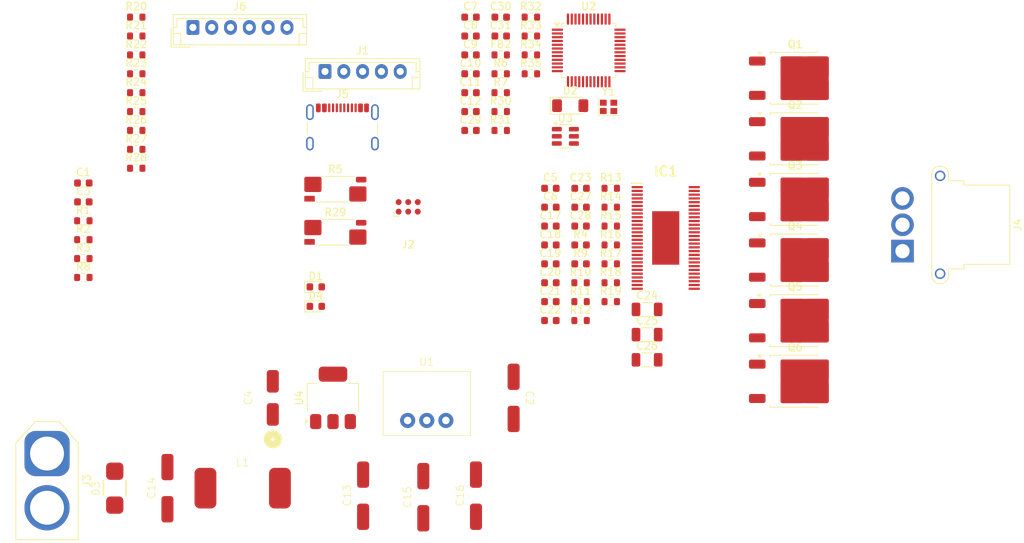
<source format=kicad_pcb>
(kicad_pcb (version 20240108) (generator "pcbnew") (generator_version "8.0")
  (layers (0 "F.Cu" signal) (31 "B.Cu" signal) (34 "B.Paste" user) (35 "F.Paste" user) (36 "B.SilkS" user "B.Silkscreen") (37 "F.SilkS" user "F.Silkscreen") (38 "B.Mask" user) (39 "F.Mask" user) (44 "Edge.Cuts" user))
  (net 0 "")
  (net 1 "GND")
  (net 2 "/microcontroller/VCC_SENSE")
  (net 3 "+5V")
  (net 4 "VDD")
  (net 5 "Net-(IC1-CP1)")
  (net 6 "Net-(IC1-CP2)")
  (net 7 "Net-(IC1-GVDD)")
  (net 8 "VDDA")
  (net 9 "VCC")
  (net 10 "/power/+VDC")
  (net 11 "Net-(IC1-DVDD)")
  (net 12 "Net-(IC1-AVDD)")
  (net 13 "/bridge/H1_VS")
  (net 14 "Net-(IC1-BST_A)")
  (net 15 "/bridge/H2_VS")
  (net 16 "Net-(IC1-BST_B)")
  (net 17 "Net-(IC1-BST_C)")
  (net 18 "/bridge/H3_VS")
  (net 19 "Net-(IC1-SN1)")
  (net 20 "Net-(IC1-SP1)")
  (net 21 "Net-(IC1-SP2)")
  (net 22 "Net-(IC1-SN2)")
  (net 23 "Net-(U2-PB5)")
  (net 24 "Net-(U2-PB6)")
  (net 25 "Net-(U2-PB7)")
  (net 26 "Net-(D1-A)")
  (net 27 "/microcontroller/VBUS")
  (net 28 "Net-(D4-A)")
  (net 29 "/bridge/M_H1")
  (net 30 "/microcontroller/L3")
  (net 32 "/bridge/M_H2")
  (net 33 "/microcontroller/H3")
  (net 34 "/microcontroller/DC_CAL")
  (net 38 "/microcontroller/H2")
  (net 39 "Net-(IC1-BIAS)")
  (net 40 "/bridge/M_L2")
  (net 41 "/bridge/M_H3")
  (net 42 "/microcontroller/L1")
  (net 43 "/bridge/H1_LOW")
  (net 44 "/microcontroller/OCTP")
  (net 46 "/microcontroller/BR_SO1")
  (net 47 "Net-(IC1-DTC)")
  (net 49 "/microcontroller/FAULT")
  (net 50 "/microcontroller/H1")
  (net 52 "/microcontroller/EN")
  (net 53 "/microcontroller/L2")
  (net 56 "/microcontroller/BR_SO2")
  (net 57 "/bridge/H3_LOW")
  (net 58 "/bridge/M_L1")
  (net 60 "/bridge/M_L3")
  (net 62 "/microcontroller/HALL3_IN")
  (net 63 "/microcontroller/HALL1_IN")
  (net 64 "/microcontroller/HALL2_IN")
  (net 65 "/microcontroller/SWDIO")
  (net 66 "/microcontroller/SWD_RST")
  (net 67 "/microcontroller/SWO")
  (net 68 "/microcontroller/SWDCLK")
  (net 69 "/microcontroller/USBC_D-")
  (net 70 "/microcontroller/USBC_D+")
  (net 71 "/microcontroller/USBC_CC2")
  (net 72 "/microcontroller/USBC_CC1")
  (net 73 "/microcontroller/UART_RX")
  (net 74 "/microcontroller/USR_BUTTON")
  (net 75 "/microcontroller/UART_TX")
  (net 76 "Net-(Q1-G)")
  (net 77 "Net-(Q2-G)")
  (net 78 "Net-(Q3-G)")
  (net 79 "Net-(Q4-G)")
  (net 80 "Net-(Q5-G)")
  (net 81 "Net-(Q6-G)")
  (net 82 "/mosfet_driver/SH2_A")
  (net 83 "/mosfet_driver/SH1_B")
  (net 84 "/mosfet_driver/SH1_A")
  (net 85 "/mosfet_driver/SH2_B")
  (net 86 "/microcontroller/SENS1")
  (net 87 "/microcontroller/SENS2")
  (net 88 "/microcontroller/SENS3")
  (net 93 "/microcontroller/USB_D+")
  (net 95 "/microcontroller/USB_D-")
  (net 99 "/microcontroller/HSE_IN")
  (net 100 "/microcontroller/HSE_OUT")
  (footprint "tractions_symbols:better_crystal" (layer "F.Cu") (at 176.615 77.33)
    (property "Reference" "Y1" (at 0 -2 0) (layer "F.SilkS"))
    (property "Value" "24Mhz")
    (pad "1" smd rect (at -0.7 0.55) (size 0.9 0.8) (layers "F.Cu" "F.Paste" "F.Mask") (net 100 "/microcontroller/HSE_OUT"))
    (pad "2" smd rect (at 0.7 0.55) (size 0.9 0.8) (layers "F.Cu" "F.Paste" "F.Mask") (net 1 "GND"))
    (pad "3" smd rect (at 0.7 -0.55) (size 0.9 0.8) (layers "F.Cu" "F.Paste" "F.Mask") (net 99 "/microcontroller/HSE_IN"))
    (pad "4" smd rect (at -0.7 -0.55) (size 0.9 0.8) (layers "F.Cu" "F.Paste" "F.Mask") (net 1 "GND"))
  )
  (footprint "Package_QFP:LQFP-48_7x7mm_P0.5mm" (layer "F.Cu") (at 173.975 69.83)
    (property "Reference" "U2" (at 0 -5.85 0) (layer "F.SilkS"))
    (property "Value" "STM32G431CBTx")
    (pad "1" smd roundrect (at -4.1625 -2.75) (size 1.475 0.3) (layers "F.Cu" "F.Paste" "F.Mask") (net 4 "VDD"))
    (pad "2" smd roundrect (at -4.1625 -2.25) (size 1.475 0.3) (layers "F.Cu" "F.Paste" "F.Mask") (net 49 "/microcontroller/FAULT"))
    (pad "3" smd roundrect (at -4.1625 -1.75) (size 1.475 0.3) (layers "F.Cu" "F.Paste" "F.Mask") (net 44 "/microcontroller/OCTP"))
    (pad "4" smd roundrect (at -4.1625 -1.25) (size 1.475 0.3) (layers "F.Cu" "F.Paste" "F.Mask") (net 34 "/microcontroller/DC_CAL"))
    (pad "5" smd roundrect (at -4.1625 -0.75) (size 1.475 0.3) (layers "F.Cu" "F.Paste" "F.Mask") (net 99 "/microcontroller/HSE_IN"))
    (pad "6" smd roundrect (at -4.1625 -0.25) (size 1.475 0.3) (layers "F.Cu" "F.Paste" "F.Mask") (net 100 "/microcontroller/HSE_OUT"))
    (pad "7" smd roundrect (at -4.1625 0.25) (size 1.475 0.3) (layers "F.Cu" "F.Paste" "F.Mask") (net 66 "/microcontroller/SWD_RST"))
    (pad "8" smd roundrect (at -4.1625 0.75) (size 1.475 0.3) (layers "F.Cu" "F.Paste" "F.Mask") (net 88 "/microcontroller/SENS3"))
    (pad "9" smd roundrect (at -4.1625 1.25) (size 1.475 0.3) (layers "F.Cu" "F.Paste" "F.Mask") (net 87 "/microcontroller/SENS2"))
    (pad "10" smd roundrect (at -4.1625 1.75) (size 1.475 0.3) (layers "F.Cu" "F.Paste" "F.Mask") (net 86 "/microcontroller/SENS1"))
    (pad "11" smd roundrect (at -4.1625 2.25) (size 1.475 0.3) (layers "F.Cu" "F.Paste" "F.Mask"))
    (pad "12" smd roundrect (at -4.1625 2.75) (size 1.475 0.3) (layers "F.Cu" "F.Paste" "F.Mask"))
    (pad "13" smd roundrect (at -2.75 4.1625) (size 0.3 1.475) (layers "F.Cu" "F.Paste" "F.Mask"))
    (pad "14" smd roundrect (at -2.25 4.1625) (size 0.3 1.475) (layers "F.Cu" "F.Paste" "F.Mask") (net 2 "/microcontroller/VCC_SENSE"))
    (pad "15" smd roundrect (at -1.75 4.1625) (size 0.3 1.475) (layers "F.Cu" "F.Paste" "F.Mask"))
    (pad "16" smd roundrect (at -1.25 4.1625) (size 0.3 1.475) (layers "F.Cu" "F.Paste" "F.Mask") (net 56 "/microcontroller/BR_SO2"))
    (pad "17" smd roundrect (at -0.75 4.1625) (size 0.3 1.475) (layers "F.Cu" "F.Paste" "F.Mask") (net 46 "/microcontroller/BR_SO1"))
    (pad "18" smd roundrect (at -0.25 4.1625) (size 0.3 1.475) (layers "F.Cu" "F.Paste" "F.Mask"))
    (pad "19" smd roundrect (at 0.25 4.1625) (size 0.3 1.475) (layers "F.Cu" "F.Paste" "F.Mask") (net 1 "GND"))
    (pad "20" smd roundrect (at 0.75 4.1625) (size 0.3 1.475) (layers "F.Cu" "F.Paste" "F.Mask") (net 8 "VDDA"))
    (pad "21" smd roundrect (at 1.25 4.1625) (size 0.3 1.475) (layers "F.Cu" "F.Paste" "F.Mask") (net 8 "VDDA"))
    (pad "22" smd roundrect (at 1.75 4.1625) (size 0.3 1.475) (layers "F.Cu" "F.Paste" "F.Mask") (net 75 "/microcontroller/UART_TX"))
    (pad "23" smd roundrect (at 2.25 4.1625) (size 0.3 1.475) (layers "F.Cu" "F.Paste" "F.Mask") (net 1 "GND"))
    (pad "24" smd roundrect (at 2.75 4.1625) (size 0.3 1.475) (layers "F.Cu" "F.Paste" "F.Mask") (net 4 "VDD"))
    (pad "25" smd roundrect (at 4.1625 2.75) (size 1.475 0.3) (layers "F.Cu" "F.Paste" "F.Mask") (net 73 "/microcontroller/UART_RX"))
    (pad "26" smd roundrect (at 4.1625 2.25) (size 1.475 0.3) (layers "F.Cu" "F.Paste" "F.Mask") (net 74 "/microcontroller/USR_BUTTON"))
    (pad "27" smd roundrect (at 4.1625 1.75) (size 1.475 0.3) (layers "F.Cu" "F.Paste" "F.Mask") (net 30 "/microcontroller/L3"))
    (pad "28" smd roundrect (at 4.1625 1.25) (size 1.475 0.3) (layers "F.Cu" "F.Paste" "F.Mask") (net 53 "/microcontroller/L2"))
    (pad "29" smd roundrect (at 4.1625 0.75) (size 1.475 0.3) (layers "F.Cu" "F.Paste" "F.Mask") (net 42 "/microcontroller/L1"))
    (pad "30" smd roundrect (at 4.1625 0.25) (size 1.475 0.3) (layers "F.Cu" "F.Paste" "F.Mask") (net 33 "/microcontroller/H3"))
    (pad "31" smd roundrect (at 4.1625 -0.25) (size 1.475 0.3) (layers "F.Cu" "F.Paste" "F.Mask") (net 38 "/microcontroller/H2"))
    (pad "32" smd roundrect (at 4.1625 -0.75) (size 1.475 0.3) (layers "F.Cu" "F.Paste" "F.Mask") (net 50 "/microcontroller/H1"))
    (pad "33" smd roundrect (at 4.1625 -1.25) (size 1.475 0.3) (layers "F.Cu" "F.Paste" "F.Mask") (net 95 "/microcontroller/USB_D-"))
    (pad "34" smd roundrect (at 4.1625 -1.75) (size 1.475 0.3) (layers "F.Cu" "F.Paste" "F.Mask") (net 93 "/microcontroller/USB_D+"))
    (pad "35" smd roundrect (at 4.1625 -2.25) (size 1.475 0.3) (layers "F.Cu" "F.Paste" "F.Mask") (net 1 "GND"))
    (pad "36" smd roundrect (at 4.1625 -2.75) (size 1.475 0.3) (layers "F.Cu" "F.Paste" "F.Mask") (net 4 "VDD"))
    (pad "37" smd roundrect (at 2.75 -4.1625) (size 0.3 1.475) (layers "F.Cu" "F.Paste" "F.Mask") (net 65 "/microcontroller/SWDIO"))
    (pad "38" smd roundrect (at 2.25 -4.1625) (size 0.3 1.475) (layers "F.Cu" "F.Paste" "F.Mask") (net 68 "/microcontroller/SWDCLK"))
    (pad "39" smd roundrect (at 1.75 -4.1625) (size 0.3 1.475) (layers "F.Cu" "F.Paste" "F.Mask") (net 52 "/microcontroller/EN"))
    (pad "40" smd roundrect (at 1.25 -4.1625) (size 0.3 1.475) (layers "F.Cu" "F.Paste" "F.Mask") (net 67 "/microcontroller/SWO"))
    (pad "41" smd roundrect (at 0.75 -4.1625) (size 0.3 1.475) (layers "F.Cu" "F.Paste" "F.Mask"))
    (pad "42" smd roundrect (at 0.25 -4.1625) (size 0.3 1.475) (layers "F.Cu" "F.Paste" "F.Mask") (net 23 "Net-(U2-PB5)"))
    (pad "43" smd roundrect (at -0.25 -4.1625) (size 0.3 1.475) (layers "F.Cu" "F.Paste" "F.Mask") (net 24 "Net-(U2-PB6)"))
    (pad "44" smd roundrect (at -0.75 -4.1625) (size 0.3 1.475) (layers "F.Cu" "F.Paste" "F.Mask") (net 25 "Net-(U2-PB7)"))
    (pad "45" smd roundrect (at -1.25 -4.1625) (size 0.3 1.475) (layers "F.Cu" "F.Paste" "F.Mask"))
    (pad "46" smd roundrect (at -1.75 -4.1625) (size 0.3 1.475) (layers "F.Cu" "F.Paste" "F.Mask"))
    (pad "47" smd roundrect (at -2.25 -4.1625) (size 0.3 1.475) (layers "F.Cu" "F.Paste" "F.Mask") (net 1 "GND"))
    (pad "48" smd roundrect (at -2.75 -4.1625) (size 0.3 1.475) (layers "F.Cu" "F.Paste" "F.Mask") (net 4 "VDD"))
  )
  (footprint "Resistor_SMD:R_0603_1608Metric" (layer "F.Cu") (at 176.907 88.155)
    (property "Reference" "R13" (at 0 -1.43 0) (layer "F.SilkS"))
    (property "Value" "100R")
    (pad "1" smd roundrect (at -0.825 0) (size 0.8 0.95) (layers "F.Cu" "F.Paste" "F.Mask") (net 21 "Net-(IC1-SP2)"))
    (pad "2" smd roundrect (at 0.825 0) (size 0.8 0.95) (layers "F.Cu" "F.Paste" "F.Mask") (net 85 "/mosfet_driver/SH2_B"))
  )
  (footprint "tractions_symbols:865080142007" (layer "F.Cu") (at 132 116 90)
    (property "Reference" "C4" (at 0.02 -3.26 90) (layer "F.SilkS") (effects (font (thickness 0.1))))
    (property "Value" "100u / 6.3V")
    (pad "1" smd roundrect (at 2.2 0 90) (size 3 1.6) (layers "F.Cu" "F.Paste" "F.Mask") (net 4 "VDD"))
    (pad "2" smd roundrect (at -2.2 0 90) (size 3 1.6) (layers "F.Cu" "F.Paste" "F.Mask") (net 1 "GND"))
  )
  (footprint "Resistor_SMD:R_0603_1608Metric" (layer "F.Cu") (at 172.897 103.215)
    (property "Reference" "R11" (at 0 -1.43 0) (layer "F.SilkS"))
    (property "Value" "100R")
    (pad "1" smd roundrect (at -0.825 0) (size 0.8 0.95) (layers "F.Cu" "F.Paste" "F.Mask") (net 20 "Net-(IC1-SP1)"))
    (pad "2" smd roundrect (at 0.825 0) (size 0.8 0.95) (layers "F.Cu" "F.Paste" "F.Mask") (net 83 "/mosfet_driver/SH1_B"))
  )
  (footprint "Package_TO_SOT_SMD:TO-252-2" (layer "F.Cu") (at 201.415 73.525)
    (property "Reference" "Q1" (at 0 -4.5 0) (layer "F.SilkS"))
    (property "Value" "IRFR7540TRPBF")
    (pad "1" smd roundrect (at -5.04 -2.28) (size 2.2 1.2) (layers "F.Cu" "F.Paste" "F.Mask") (roundrect_rratio 0.208333) (net 9 "VCC"))
    (pad "2" smd roundrect (at -0.415 -1.525) (size 3.05 2.75) (layers "F.Cu" "F.Paste") (roundrect_rratio 0.090909) (net 76 "Net-(Q1-G)"))
    (pad "2" smd roundrect (at -0.415 1.525) (size 3.05 2.75) (layers "F.Cu" "F.Paste") (roundrect_rratio 0.090909) (net 76 "Net-(Q1-G)"))
    (pad "2" smd roundrect (at 1.26 0) (size 6.4 5.8) (layers "F.Cu" "F.Mask") (roundrect_rratio 0.043103) (net 76 "Net-(Q1-G)"))
    (pad "2" smd roundrect (at 2.935 -1.525) (size 3.05 2.75) (layers "F.Cu" "F.Paste") (roundrect_rratio 0.090909) (net 76 "Net-(Q1-G)"))
    (pad "2" smd roundrect (at 2.935 1.525) (size 3.05 2.75) (layers "F.Cu" "F.Paste") (roundrect_rratio 0.090909) (net 76 "Net-(Q1-G)"))
    (pad "3" smd roundrect (at -5.04 2.28) (size 2.2 1.2) (layers "F.Cu" "F.Paste" "F.Mask") (roundrect_rratio 0.208333) (net 13 "/bridge/H1_VS"))
  )
  (footprint "tractions_symbols:SOP50P810X120-57N" (layer "F.Cu") (at 184.212 94.75)
    (property "Reference" "IC1" (at 0.01 -8.85 0) (layer "F.SilkS") (effects (font (size 1.27 1.27) (thickness 0.254))))
    (property "Value" "DRV8302DCA" (hide yes))
    (pad "1" smd rect (at -3.788 -6.75 90) (size 0.3 1.475) (layers "F.Cu" "F.Paste" "F.Mask"))
    (pad "2" smd rect (at -3.788 -6.25 90) (size 0.3 1.475) (layers "F.Cu" "F.Paste" "F.Mask"))
    (pad "3" smd rect (at -3.788 -5.75 90) (size 0.3 1.475) (layers "F.Cu" "F.Paste" "F.Mask"))
    (pad "4" smd rect (at -3.788 -5.25 90) (size 0.3 1.475) (layers "F.Cu" "F.Paste" "F.Mask"))
    (pad "5" smd rect (at -3.788 -4.75 90) (size 0.3 1.475) (layers "F.Cu" "F.Paste" "F.Mask") (net 44 "/microcontroller/OCTP"))
    (pad "6" smd rect (at -3.788 -4.25 90) (size 0.3 1.475) (layers "F.Cu" "F.Paste" "F.Mask") (net 49 "/microcontroller/FAULT"))
    (pad "7" smd rect (at -3.788 -3.75 90) (size 0.3 1.475) (layers "F.Cu" "F.Paste" "F.Mask") (net 47 "Net-(IC1-DTC)"))
    (pad "8" smd rect (at -3.788 -3.25 90) (size 0.3 1.475) (layers "F.Cu" "F.Paste" "F.Mask") (net 1 "GND"))
    (pad "9" smd rect (at -3.788 -2.75 90) (size 0.3 1.475) (layers "F.Cu" "F.Paste" "F.Mask") (net 4 "VDD"))
    (pad "10" smd rect (at -3.788 -2.25 90) (size 0.3 1.475) (layers "F.Cu" "F.Paste" "F.Mask") (net 1 "GND"))
    (pad "11" smd rect (at -3.788 -1.75 90) (size 0.3 1.475) (layers "F.Cu" "F.Paste" "F.Mask") (net 11 "Net-(IC1-DVDD)"))
    (pad "12" smd rect (at -3.788 -1.25 90) (size 0.3 1.475) (layers "F.Cu" "F.Paste" "F.Mask") (net 34 "/microcontroller/DC_CAL"))
    (pad "13" smd rect (at -3.788 -0.75 90) (size 0.3 1.475) (layers "F.Cu" "F.Paste" "F.Mask") (net 7 "Net-(IC1-GVDD)"))
    (pad "14" smd rect (at -3.788 -0.25 90) (size 0.3 1.475) (layers "F.Cu" "F.Paste" "F.Mask") (net 5 "Net-(IC1-CP1)"))
    (pad "15" smd rect (at -3.788 0.25 90) (size 0.3 1.475) (layers "F.Cu" "F.Paste" "F.Mask") (net 6 "Net-(IC1-CP2)"))
    (pad "16" smd rect (at -3.788 0.75 90) (size 0.3 1.475) (layers "F.Cu" "F.Paste" "F.Mask") (net 52 "/microcontroller/EN"))
    (pad "17" smd rect (at -3.788 1.25 90) (size 0.3 1.475) (layers "F.Cu" "F.Paste" "F.Mask") (net 50 "/microcontroller/H1"))
    (pad "18" smd rect (at -3.788 1.75 90) (size 0.3 1.475) (layers "F.Cu" "F.Paste" "F.Mask") (net 42 "/microcontroller/L1"))
    (pad "19" smd rect (at -3.788 2.25 90) (size 0.3 1.475) (layers "F.Cu" "F.Paste" "F.Mask") (net 38 "/microcontroller/H2"))
    (pad "20" smd rect (at -3.788 2.75 90) (size 0.3 1.475) (layers "F.Cu" "F.Paste" "F.Mask") (net 53 "/microcontroller/L2"))
    (pad "21" smd rect (at -3.788 3.25 90) (size 0.3 1.475) (layers "F.Cu" "F.Paste" "F.Mask") (net 33 "/microcontroller/H3"))
    (pad "22" smd rect (at -3.788 3.75 90) (size 0.3 1.475) (layers "F.Cu" "F.Paste" "F.Mask") (net 30 "/microcontroller/L3"))
    (pad "23" smd rect (at -3.788 4.25 90) (size 0.3 1.475) (layers "F.Cu" "F.Paste" "F.Mask") (net 11 "Net-(IC1-DVDD)"))
    (pad "24" smd rect (at -3.788 4.75 90) (size 0.3 1.475) (layers "F.Cu" "F.Paste" "F.Mask") (net 4 "VDD"))
    (pad "25" smd rect (at -3.788 5.25 90) (size 0.3 1.475) (layers "F.Cu" "F.Paste" "F.Mask") (net 46 "/microcontroller/BR_SO1"))
    (pad "26" smd rect (at -3.788 5.75 90) (size 0.3 1.475) (layers "F.Cu" "F.Paste" "F.Mask") (net 56 "/microcontroller/BR_SO2"))
    (pad "27" smd rect (at -3.788 6.25 90) (size 0.3 1.475) (layers "F.Cu" "F.Paste" "F.Mask") (net 12 "Net-(IC1-AVDD)"))
    (pad "28" smd rect (at -3.788 6.75 90) (size 0.3 1.475) (layers "F.Cu" "F.Paste" "F.Mask") (net 1 "GND"))
    (pad "29" smd rect (at 3.788 6.75 90) (size 0.3 1.475) (layers "F.Cu" "F.Paste" "F.Mask") (net 9 "VCC"))
    (pad "30" smd rect (at 3.788 6.25 90) (size 0.3 1.475) (layers "F.Cu" "F.Paste" "F.Mask") (net 21 "Net-(IC1-SP2)"))
    (pad "31" smd rect (at 3.788 5.75 90) (size 0.3 1.475) (layers "F.Cu" "F.Paste" "F.Mask") (net 22 "Net-(IC1-SN2)"))
    (pad "32" smd rect (at 3.788 5.25 90) (size 0.3 1.475) (layers "F.Cu" "F.Paste" "F.Mask") (net 20 "Net-(IC1-SP1)"))
    (pad "33" smd rect (at 3.788 4.75 90) (size 0.3 1.475) (layers "F.Cu" "F.Paste" "F.Mask") (net 19 "Net-(IC1-SN1)"))
    (pad "34" smd rect (at 3.788 4.25 90) (size 0.3 1.475) (layers "F.Cu" "F.Paste" "F.Mask") (net 57 "/bridge/H3_LOW"))
    (pad "35" smd rect (at 3.788 3.75 90) (size 0.3 1.475) (layers "F.Cu" "F.Paste" "F.Mask") (net 60 "/bridge/M_L3"))
    (pad "36" smd rect (at 3.788 3.25 90) (size 0.3 1.475) (layers "F.Cu" "F.Paste" "F.Mask") (net 18 "/bridge/H3_VS"))
    (pad "37" smd rect (at 3.788 2.75 90) (size 0.3 1.475) (layers "F.Cu" "F.Paste" "F.Mask") (net 41 "/bridge/M_H3"))
    (pad "38" smd rect (at 3.788 2.25 90) (size 0.3 1.475) (layers "F.Cu" "F.Paste" "F.Mask") (net 17 "Net-(IC1-BST_C)"))
    (pad "39" smd rect (at 3.788 1.75 90) (size 0.3 1.475) (layers "F.Cu" "F.Paste" "F.Mask") (net 1 "GND"))
    (pad "40" smd rect (at 3.788 1.25 90) (size 0.3 1.475) (layers "F.Cu" "F.Paste" "F.Mask") (net 40 "/bridge/M_L2"))
    (pad "41" smd rect (at 3.788 0.75 90) (size 0.3 1.475) (layers "F.Cu" "F.Paste" "F.Mask") (net 15 "/bridge/H2_VS"))
    (pad "42" smd rect (at 3.788 0.25 90) (size 0.3 1.475) (layers "F.Cu" "F.Paste" "F.Mask") (net 32 "/bridge/M_H2"))
    (pad "43" smd rect (at 3.788 -0.25 90) (size 0.3 1.475) (layers "F.Cu" "F.Paste" "F.Mask") (net 16 "Net-(IC1-BST_B)"))
    (pad "44" smd rect (at 3.788 -0.75 90) (size 0.3 1.475) (layers "F.Cu" "F.Paste" "F.Mask") (net 43 "/bridge/H1_LOW"))
    (pad "45" smd rect (at 3.788 -1.25 90) (size 0.3 1.475) (layers "F.Cu" "F.Paste" "F.Mask") (net 58 "/bridge/M_L1"))
    (pad "46" smd rect (at 3.788 -1.75 90) (size 0.3 1.475) (layers "F.Cu" "F.Paste" "F.Mask") (net 13 "/bridge/H1_VS"))
    (pad "47" smd rect (at 3.788 -2.25 90) (size 0.3 1.475) (layers "F.Cu" "F.Paste" "F.Mask") (net 29 "/bridge/M_H1"))
    (pad "48" smd rect (at 3.788 -2.75 90) (size 0.3 1.475) (layers "F.Cu" "F.Paste" "F.Mask") (net 14 "Net-(IC1-BST_A)"))
    (pad "49" smd rect (at 3.788 -3.25 90) (size 0.3 1.475) (layers "F.Cu" "F.Paste" "F.Mask") (net 39 "Net-(IC1-BIAS)"))
    (pad "50" smd rect (at 3.788 -3.75 90) (size 0.3 1.475) (layers "F.Cu" "F.Paste" "F.Mask"))
    (pad "51" smd rect (at 3.788 -4.25 90) (size 0.3 1.475) (layers "F.Cu" "F.Paste" "F.Mask"))
    (pad "52" smd rect (at 3.788 -4.75 90) (size 0.3 1.475) (layers "F.Cu" "F.Paste" "F.Mask"))
    (pad "53" smd rect (at 3.788 -5.25 90) (size 0.3 1.475) (layers "F.Cu" "F.Paste" "F.Mask"))
    (pad "54" smd rect (at 3.788 -5.75 90) (size 0.3 1.475) (layers "F.Cu" "F.Paste" "F.Mask"))
    (pad "55" smd rect (at 3.788 -6.25 90) (size 0.3 1.475) (layers "F.Cu" "F.Paste" "F.Mask"))
    (pad "56" smd rect (at 3.788 -6.75 90) (size 0.3 1.475) (layers "F.Cu" "F.Paste" "F.Mask"))
    (pad "57" smd rect (at 0 0) (size 3.61 7.11) (layers "F.Cu" "F.Paste" "F.Mask") (net 1 "GND"))
  )
  (footprint "Capacitor_SMD:C_0603_1608Metric" (layer "F.Cu") (at 158.275 65.41)
    (property "Reference" "C7" (at 0 -1.43 0) (layer "F.SilkS"))
    (property "Value" "4u7")
    (pad "1" smd roundrect (at -0.775 0) (size 0.9 0.95) (layers "F.Cu" "F.Paste" "F.Mask") (net 4 "VDD"))
    (pad "2" smd roundrect (at 0.775 0) (size 0.9 0.95) (layers "F.Cu" "F.Paste" "F.Mask") (net 1 "GND"))
  )
  (footprint "Resistor_SMD:R_0603_1608Metric" (layer "F.Cu") (at 162.285 80.47)
    (property "Reference" "R31" (at 0 -1.43 0) (layer "F.SilkS"))
    (property "Value" "10k")
    (pad "1" smd roundrect (at -0.825 0) (size 0.8 0.95) (layers "F.Cu" "F.Paste" "F.Mask") (net 25 "Net-(U2-PB7)"))
    (pad "2" smd roundrect (at 0.825 0) (size 0.8 0.95) (layers "F.Cu" "F.Paste" "F.Mask") (net 64 "/microcontroller/HALL2_IN"))
  )
  (footprint "tractions_symbols:865080545012" (layer "F.Cu") (at 159 129 90)
    (property "Reference" "C16" (at 0.02 -2.12 90) (layer "F.SilkS") (effects (font (thickness 0.1))))
    (property "Value" "100uF")
    (pad "1" smd roundrect (at 2.8 0 90) (size 3.5 1.6) (layers "F.Cu" "F.Paste" "F.Mask") (net 9 "VCC"))
    (pad "2" smd roundrect (at -2.8 0 90) (size 3.5 1.6) (layers "F.Cu" "F.Paste" "F.Mask") (net 1 "GND"))
  )
  (footprint "Resistor_SMD:R_0603_1608Metric" (layer "F.Cu") (at 172.897 105.725)
    (property "Reference" "R12" (at 0 -1.43 0) (layer "F.SilkS"))
    (property "Value" "100R")
    (pad "1" smd roundrect (at -0.825 0) (size 0.8 0.95) (layers "F.Cu" "F.Paste" "F.Mask") (net 22 "Net-(IC1-SN2)"))
    (pad "2" smd roundrect (at 0.825 0) (size 0.8 0.95) (layers "F.Cu" "F.Paste" "F.Mask") (net 82 "/mosfet_driver/SH2_A"))
  )
  (footprint "Capacitor_SMD:C_0603_1608Metric" (layer "F.Cu") (at 158.275 72.94)
    (property "Reference" "C10" (at 0 -1.43 0) (layer "F.SilkS"))
    (property "Value" "100nF")
    (pad "1" smd roundrect (at -0.775 0) (size 0.9 0.95) (layers "F.Cu" "F.Paste" "F.Mask") (net 4 "VDD"))
    (pad "2" smd roundrect (at 0.775 0) (size 0.9 0.95) (layers "F.Cu" "F.Paste" "F.Mask") (net 1 "GND"))
  )
  (footprint "Resistor_SMD:R_0603_1608Metric" (layer "F.Cu") (at 106.825 100)
    (property "Reference" "R8" (at 0 -1.43 0) (layer "F.SilkS"))
    (property "Value" "150R")
    (pad "1" smd roundrect (at -0.825 0) (size 0.8 0.95) (layers "F.Cu" "F.Paste" "F.Mask") (net 3 "+5V"))
    (pad "2" smd roundrect (at 0.825 0) (size 0.8 0.95) (layers "F.Cu" "F.Paste" "F.Mask") (net 26 "Net-(D1-A)"))
  )
  (footprint "Capacitor_SMD:C_0603_1608Metric" (layer "F.Cu") (at 172.897 95.685)
    (property "Reference" "R4" (at 0 -1.43 0) (layer "F.SilkS"))
    (property "Value" "10k")
    (pad "1" smd roundrect (at -0.775 0) (size 0.9 0.95) (layers "F.Cu" "F.Paste" "F.Mask") (net 1 "GND"))
    (pad "2" smd roundrect (at 0.775 0) (size 0.9 0.95) (layers "F.Cu" "F.Paste" "F.Mask") (net 47 "Net-(IC1-DTC)"))
  )
  (footprint "Package_TO_SOT_SMD:TO-252-2" (layer "F.Cu") (at 201.415 89.635)
    (property "Reference" "Q3" (at 0 -4.5 0) (layer "F.SilkS"))
    (property "Value" "IRFR7540TRPBF")
    (pad "1" smd roundrect (at -5.04 -2.28) (size 2.2 1.2) (layers "F.Cu" "F.Paste" "F.Mask") (roundrect_rratio 0.208333) (net 9 "VCC"))
    (pad "2" smd roundrect (at -0.415 -1.525) (size 3.05 2.75) (layers "F.Cu" "F.Paste") (roundrect_rratio 0.090909) (net 78 "Net-(Q3-G)"))
    (pad "2" smd roundrect (at -0.415 1.525) (size 3.05 2.75) (layers "F.Cu" "F.Paste") (roundrect_rratio 0.090909) (net 78 "Net-(Q3-G)"))
    (pad "2" smd roundrect (at 1.26 0) (size 6.4 5.8) (layers "F.Cu" "F.Mask") (roundrect_rratio 0.043103) (net 78 "Net-(Q3-G)"))
    (pad "2" smd roundrect (at 2.935 -1.525) (size 3.05 2.75) (layers "F.Cu" "F.Paste") (roundrect_rratio 0.090909) (net 78 "Net-(Q3-G)"))
    (pad "2" smd roundrect (at 2.935 1.525) (size 3.05 2.75) (layers "F.Cu" "F.Paste") (roundrect_rratio 0.090909) (net 78 "Net-(Q3-G)"))
    (pad "3" smd roundrect (at -5.04 2.28) (size 2.2 1.2) (layers "F.Cu" "F.Paste" "F.Mask") (roundrect_rratio 0.208333) (net 15 "/bridge/H2_VS"))
  )
  (footprint "Resistor_SMD:R_0603_1608Metric" (layer "F.Cu") (at 176.907 100.705)
    (property "Reference" "R18" (at 0 -1.43 0) (layer "F.SilkS"))
    (property "Value" "39k")
    (pad "1" smd roundrect (at -0.825 0) (size 0.8 0.95) (layers "F.Cu" "F.Paste" "F.Mask") (net 88 "/microcontroller/SENS3"))
    (pad "2" smd roundrect (at 0.825 0) (size 0.8 0.95) (layers "F.Cu" "F.Paste" "F.Mask") (net 13 "/bridge/H1_VS"))
  )
  (footprint "tractions_symbols:7443320100" (layer "F.Cu") (at 128 128)
    (property "Reference" "L1" (at -0.01 -3.39 0) (layer "F.SilkS") (effects (font (thickness 0.1))))
    (property "Value" "1uH/24A")
    (pad "1" smd roundrect (at -4.95 0) (size 2.9 5.4) (layers "F.Cu" "F.Paste" "F.Mask") (net 10 "/power/+VDC"))
    (pad "2" smd roundrect (at 4.95 0) (size 2.9 5.4) (layers "F.Cu" "F.Paste" "F.Mask") (net 9 "VCC"))
  )
  (footprint "Resistor_SMD:R_0603_1608Metric" (layer "F.Cu") (at 166.295 72.94)
    (property "Reference" "R35" (at 0 -1.43 0) (layer "F.SilkS"))
    (property "Value" "2k2")
    (pad "1" smd roundrect (at -0.825 0) (size 0.8 0.95) (layers "F.Cu" "F.Paste" "F.Mask") (net 25 "Net-(U2-PB7)"))
    (pad "2" smd roundrect (at 0.825 0) (size 0.8 0.95) (layers "F.Cu" "F.Paste" "F.Mask") (net 4 "VDD"))
  )
  (footprint "LED_SMD:LED_0603_1608Metric" (layer "F.Cu") (at 137.715 103.84)
    (property "Reference" "D4" (at 0 -1.43 0) (layer "F.SilkS"))
    (property "Value" "LED_GREEN")
    (pad "1" smd roundrect (at -0.7875 0) (size 0.875 0.95) (layers "F.Cu" "F.Paste" "F.Mask") (net 1 "GND"))
    (pad "2" smd roundrect (at 0.7875 0) (size 0.875 0.95) (layers "F.Cu" "F.Paste" "F.Mask") (net 28 "Net-(D4-A)"))
  )
  (footprint "Capacitor_SMD:C_0603_1608Metric" (layer "F.Cu") (at 168.887 88.155)
    (property "Reference" "C5" (at 0 -1.43 0) (layer "F.SilkS"))
    (property "Value" "22n/50V")
    (pad "1" smd roundrect (at -0.775 0) (size 0.9 0.95) (layers "F.Cu" "F.Paste" "F.Mask") (net 6 "Net-(IC1-CP2)"))
    (pad "2" smd roundrect (at 0.775 0) (size 0.9 0.95) (layers "F.Cu" "F.Paste" "F.Mask") (net 5 "Net-(IC1-CP1)"))
  )
  (footprint "Capacitor_SMD:C_0603_1608Metric" (layer "F.Cu") (at 158.275 77.96)
    (property "Reference" "C12" (at 0 -1.43 0) (layer "F.SilkS"))
    (property "Value" "100nF")
    (pad "1" smd roundrect (at -0.775 0) (size 0.9 0.95) (layers "F.Cu" "F.Paste" "F.Mask") (net 8 "VDDA"))
    (pad "2" smd roundrect (at 0.775 0) (size 0.9 0.95) (layers "F.Cu" "F.Paste" "F.Mask") (net 1 "GND"))
  )
  (footprint "Capacitor_SMD:C_0603_1608Metric" (layer "F.Cu") (at 158.275 80.47)
    (property "Reference" "C29" (at 0 -1.43 0) (layer "F.SilkS"))
    (property "Value" "4n7")
    (pad "1" smd roundrect (at -0.775 0) (size 0.9 0.95) (layers "F.Cu" "F.Paste" "F.Mask") (net 23 "Net-(U2-PB5)"))
    (pad "2" smd roundrect (at 0.775 0) (size 0.9 0.95) (layers "F.Cu" "F.Paste" "F.Mask") (net 1 "GND"))
  )
  (footprint "Capacitor_SMD:C_1206_3216Metric" (layer "F.Cu") (at 181.737 104.245)
    (property "Reference" "C24" (at 0 -1.85 0) (layer "F.SilkS"))
    (property "Value" "10u/50V")
    (pad "1" smd roundrect (at -1.475 0) (size 1.15 1.8) (layers "F.Cu" "F.Paste" "F.Mask") (roundrect_rratio 0.217391) (net 1 "GND"))
    (pad "2" smd roundrect (at 1.475 0) (size 1.15 1.8) (layers "F.Cu" "F.Paste" "F.Mask") (roundrect_rratio 0.217391) (net 9 "VCC"))
  )
  (footprint "Capacitor_SMD:C_0603_1608Metric" (layer "F.Cu") (at 168.887 90.665)
    (property "Reference" "C6" (at 0 -1.43 0) (layer "F.SilkS"))
    (property "Value" "2u2")
    (pad "1" smd roundrect (at -0.775 0) (size 0.9 0.95) (layers "F.Cu" "F.Paste" "F.Mask") (net 7 "Net-(IC1-GVDD)"))
    (pad "2" smd roundrect (at 0.775 0) (size 0.9 0.95) (layers "F.Cu" "F.Paste" "F.Mask") (net 1 "GND"))
  )
  (footprint "tractions_symbols:besser" (layer "F.Cu") (at 140.315 94)
    (property "Reference" "R29" (at 0 -2.65 0) (layer "F.SilkS"))
    (property "Value" "R_Shunt")
    (pad "1" smd roundrect (at -2.985 -0.635) (size 2.29 2.03) (layers "F.Cu" "F.Paste" "F.Mask") (roundrect_rratio 0.12) (net 1 "GND"))
    (pad "2" smd roundrect (at -3.43 1.27) (size 1.4 0.76) (layers "F.Cu" "F.Paste" "F.Mask") (roundrect_rratio 0.12) (net 85 "/mosfet_driver/SH2_B"))
    (pad "3" smd roundrect (at 3.43 -1.27) (size 1.4 0.76) (layers "F.Cu" "F.Paste" "F.Mask") (net 84 "/mosfet_driver/SH1_A"))
    (pad "4" smd roundrect (at 2.985 0.635) (size 2.29 2.03) (layers "F.Cu" "F.Paste" "F.Mask") (roundrect_rratio 0.12) (net 43 "/bridge/H1_LOW"))
  )
  (footprint "Capacitor_SMD:C_0603_1608Metric" (layer "F.Cu") (at 172.897 90.665)
    (property "Reference" "C27" (at 0 -1.43 0) (layer "F.SilkS"))
    (property "Value" "2n2")
    (pad "1" smd roundrect (at -0.775 0) (size 0.9 0.95) (layers "F.Cu" "F.Paste" "F.Mask") (net 19 "Net-(IC1-SN1)"))
    (pad "2" smd roundrect (at 0.775 0) (size 0.9 0.95) (layers "F.Cu" "F.Paste" "F.Mask") (net 20 "Net-(IC1-SP1)"))
  )
  (footprint "Capacitor_SMD:C_0603_1608Metric" (layer "F.Cu") (at 158.275 67.92)
    (property "Reference" "C8" (at 0 -1.43 0) (layer "F.SilkS"))
    (property "Value" "100nF")
    (pad "1" smd roundrect (at -0.775 0) (size 0.9 0.95) (layers "F.Cu" "F.Paste" "F.Mask") (net 4 "VDD"))
    (pad "2" smd roundrect (at 0.775 0) (size 0.9 0.95) (layers "F.Cu" "F.Paste" "F.Mask") (net 1 "GND"))
  )
  (footprint "Resistor_SMD:R_0603_1608Metric" (layer "F.Cu") (at 172.897 100.705)
    (property "Reference" "R10" (at 0 -1.43 0) (layer "F.SilkS"))
    (property "Value" "100R")
    (pad "1" smd roundrect (at -0.825 0) (size 0.8 0.95) (layers "F.Cu" "F.Paste" "F.Mask") (net 19 "Net-(IC1-SN1)"))
    (pad "2" smd roundrect (at 0.825 0) (size 0.8 0.95) (layers "F.Cu" "F.Paste" "F.Mask") (net 84 "/mosfet_driver/SH1_A"))
  )
  (footprint "Resistor_SMD:R_0603_1608Metric" (layer "F.Cu") (at 113.855 67.92)
    (property "Reference" "R21" (at 0 -1.43 0) (layer "F.SilkS"))
    (property "Value" "4R7")
    (pad "1" smd roundrect (at -0.825 0) (size 0.8 0.95) (layers "F.Cu" "F.Paste" "F.Mask") (net 32 "/bridge/M_H2"))
    (pad "2" smd roundrect (at 0.825 0) (size 0.8 0.95) (layers "F.Cu" "F.Paste" "F.Mask") (net 78 "Net-(Q3-G)"))
  )
  (footprint "Resistor_SMD:R_0603_1608Metric" (layer "F.Cu") (at 113.855 80.47)
    (property "Reference" "R26" (at 0 -1.43 0) (layer "F.SilkS"))
    (property "Value" "39k")
    (pad "1" smd roundrect (at -0.825 0) (size 0.8 0.95) (layers "F.Cu" "F.Paste" "F.Mask") (net 43 "/bridge/H1_LOW"))
    (pad "2" smd roundrect (at 0.825 0) (size 0.8 0.95) (layers "F.Cu" "F.Paste" "F.Mask") (net 79 "Net-(Q4-G)"))
  )
  (footprint "Capacitor_SMD:C_0603_1608Metric" (layer "F.Cu") (at 168.887 100.705)
    (property "Reference" "C20" (at 0 -1.43 0) (layer "F.SilkS"))
    (property "Value" "2u2")
    (pad "1" smd roundrect (at -0.775 0) (size 0.9 0.95) (layers "F.Cu" "F.Paste" "F.Mask") (net 12 "Net-(IC1-AVDD)"))
    (pad "2" smd roundrect (at 0.775 0) (size 0.9 0.95) (layers "F.Cu" "F.Paste" "F.Mask") (net 1 "GND"))
  )
  (footprint "Resistor_SMD:R_0603_1608Metric" (layer "F.Cu") (at 176.907 93.175)
    (property "Reference" "R15" (at 0 -1.43 0) (layer "F.SilkS"))
    (property "Value" "2k2")
    (pad "1" smd roundrect (at -0.825 0) (size 0.8 0.95) (layers "F.Cu" "F.Paste" "F.Mask") (net 86 "/microcontroller/SENS1"))
    (pad "2" smd roundrect (at 0.825 0) (size 0.8 0.95) (layers "F.Cu" "F.Paste" "F.Mask") (net 1 "GND"))
  )
  (footprint "Resistor_SMD:R_0603_1608Metric" (layer "F.Cu") (at 176.907 95.685)
    (property "Reference" "R16" (at 0 -1.43 0) (layer "F.SilkS"))
    (property "Value" "39k")
    (pad "1" smd roundrect (at -0.825 0) (size 0.8 0.95) (layers "F.Cu" "F.Paste" "F.Mask") (net 87 "/microcontroller/SENS2"))
    (pad "2" smd roundrect (at 0.825 0) (size 0.8 0.95) (layers "F.Cu" "F.Paste" "F.Mask") (net 15 "/bridge/H2_VS"))
  )
  (footprint "Connector_JST:JST_EH_B5B-EH-A_1x05_P2.50mm_Vertical" (layer "F.Cu") (at 138.935 72.63)
    (property "Reference" "J1" (at 5 -2.8 0) (layer "F.SilkS"))
    (property "Value" "Conn_01x05")
    (pad "1" thru_hole roundrect (at 0 0) (size 1.7 1.95) (drill 0.95) (layers "*.Cu" "*.Mask") (roundrect_rratio 0.147059) (net 1 "GND"))
    (pad "2" thru_hole oval (at 2.5 0) (size 1.7 1.95) (drill 0.95) (layers "*.Cu" "*.Mask") (net 63 "/microcontroller/HALL1_IN"))
    (pad "3" thru_hole oval (at 5 0) (size 1.7 1.95) (drill 0.95) (layers "*.Cu" "*.Mask") (net 64 "/microcontroller/HALL2_IN"))
    (pad "4" thru_hole oval (at 7.5 0) (size 1.7 1.95) (drill 0.95) (layers "*.Cu" "*.Mask") (net 62 "/microcontroller/HALL3_IN"))
    (pad "5" thru_hole oval (at 10 0) (size 1.7 1.95) (drill 0.95) (layers "*.Cu" "*.Mask") (net 3 "+5V"))
  )
  (footprint "Capacitor_SMD:C_0603_1608Metric" (layer "F.Cu") (at 162.285 65.41)
    (property "Reference" "C30" (at 0 -1.43 0) (layer "F.SilkS"))
    (property "Value" "4n7")
    (pad "1" smd roundrect (at -0.775 0) (size 0.9 0.95) (layers "F.Cu" "F.Paste" "F.Mask") (net 24 "Net-(U2-PB6)"))
    (pad "2" smd roundrect (at 0.775 0) (size 0.9 0.95) (layers "F.Cu" "F.Paste" "F.Mask") (net 1 "GND"))
  )
  (footprint "Resistor_SMD:R_0603_1608Metric" (layer "F.Cu") (at 176.907 98.195)
    (property "Reference" "R17" (at 0 -1.43 0) (layer "F.SilkS"))
    (property "Value" "2k2")
    (pad "1" smd roundrect (at -0.825 0) (size 0.8 0.95) (layers "F.Cu" "F.Paste" "F.Mask") (net 87 "/microcontroller/SENS2"))
    (pad "2" smd roundrect (at 0.825 0) (size 0.8 0.95) (layers "F.Cu" "F.Paste" "F.Mask") (net 1 "GND"))
  )
  (footprint "Package_TO_SOT_SMD:TO-252-2" (layer "F.Cu") (at 201.415 97.69)
    (property "Reference" "Q4" (at 0 -4.5 0) (layer "F.SilkS"))
    (property "Value" "IRFR7540TRPBF")
    (pad "1" smd roundrect (at -5.04 -2.28) (size 2.2 1.2) (layers "F.Cu" "F.Paste" "F.Mask") (roundrect_rratio 0.208333) (net 15 "/bridge/H2_VS"))
    (pad "2" smd roundrect (at -0.415 -1.525) (size 3.05 2.75) (layers "F.Cu" "F.Paste") (roundrect_rratio 0.090909) (net 79 "Net-(Q4-G)"))
    (pad "2" smd roundrect (at -0.415 1.525) (size 3.05 2.75) (layers "F.Cu" "F.Paste") (roundrect_rratio 0.090909) (net 79 "Net-(Q4-G)"))
    (pad "2" smd roundrect (at 1.26 0) (size 6.4 5.8) (layers "F.Cu" "F.Mask") (roundrect_rratio 0.043103) (net 79 "Net-(Q4-G)"))
    (pad "2" smd roundrect (at 2.935 -1.525) (size 3.05 2.75) (layers "F.Cu" "F.Paste") (roundrect_rratio 0.090909) (net 79 "Net-(Q4-G)"))
    (pad "2" smd roundrect (at 2.935 1.525) (size 3.05 2.75) (layers "F.Cu" "F.Paste") (roundrect_rratio 0.090909) (net 79 "Net-(Q4-G)"))
    (pad "3" smd roundrect (at -5.04 2.28) (size 2.2 1.2) (layers "F.Cu" "F.Paste" "F.Mask") (roundrect_rratio 0.208333) (net 1 "GND"))
  )
  (footprint "Capacitor_SMD:C_1206_3216Metric" (layer "F.Cu") (at 181.737 110.945)
    (property "Reference" "C26" (at 0 -1.85 0) (layer "F.SilkS"))
    (property "Value" "10u/50V")
    (pad "1" smd roundrect (at -1.475 0) (size 1.15 1.8) (layers "F.Cu" "F.Paste" "F.Mask") (roundrect_rratio 0.217391) (net 1 "GND"))
    (pad "2" smd roundrect (at 1.475 0) (size 1.15 1.8) (layers "F.Cu" "F.Paste" "F.Mask") (roundrect_rratio 0.217391) (net 9 "VCC"))
  )
  (footprint "Connector_AMASS:AMASS_XT60-M_1x02_P7.20mm_Vertical" (layer "F.Cu") (at 102 123.4 -90)
    (property "Reference" "J3" (at 3.6 -5.3 90) (layer "F.SilkS"))
    (property "Value" "MAIN_PWR_CON")
    (pad "1" thru_hole roundrect (at 0 0 270) (size 6 6) (drill 4.5) (layers "*.Cu" "*.Mask") (net 10 "/power/+VDC"))
    (pad "2" thru_hole circle (at 7.2 0 270) (size 6 6) (drill 4.5) (layers "*.Cu" "*.Mask") (net 1 "GND"))
  )
  (footprint "tractions_symbols:SMBJ33CA-824521331" (layer "F.Cu") (at 111 128 90)
    (property "Reference" "D3" (at -0.05 -2.49 90) (layer "F.SilkS") (effects (font (thickness 0.1))))
    (property "Value" "SMBJ30CA")
    (pad "1" smd roundrect (at -2.25 0 90) (size 2.3 2.3) (layers "F.Cu" "F.Paste" "F.Mask") (net 1 "GND"))
    (pad "2" smd roundrect (at 2.25 0 90) (size 2.3 2.3) (layers "F.Cu" "F.Paste" "F.Mask") (net 10 "/power/+VDC"))
  )
  (footprint "Capacitor_SMD:C_0603_1608Metric" (layer "F.Cu") (at 172.897 93.175)
    (property "Reference" "C28" (at 0 -1.43 0) (layer "F.SilkS"))
    (property "Value" "2n2")
    (pad "1" smd roundrect (at -0.775 0) (size 0.9 0.95) (layers "F.Cu" "F.Paste" "F.Mask") (net 22 "Net-(IC1-SN2)"))
    (pad "2" smd roundrect (at 0.775 0) (size 0.9 0.95) (layers "F.Cu" "F.Paste" "F.Mask") (net 21 "Net-(IC1-SP2)"))
  )
  (footprint "Capacitor_SMD:C_0603_1608Metric" (layer "F.Cu") (at 158.275 75.45)
    (property "Reference" "C11" (at 0 -1.43 0) (layer "F.SilkS"))
    (property "Value" "100nF")
    (pad "1" smd roundrect (at -0.775 0) (size 0.9 0.95) (layers "F.Cu" "F.Paste" "F.Mask") (net 8 "VDDA"))
    (pad "2" smd roundrect (at 0.775 0) (size 0.9 0.95) (layers "F.Cu" "F.Paste" "F.Mask") (net 1 "GND"))
  )
  (footprint "Capacitor_SMD:C_1206_3216Metric" (layer "F.Cu") (at 181.737 107.595)
    (property "Reference" "C25" (at 0 -1.85 0) (layer "F.SilkS"))
    (property "Value" "10u/50V")
    (pad "1" smd roundrect (at -1.475 0) (size 1.15 1.8) (layers "F.Cu" "F.Paste" "F.Mask") (roundrect_rratio 0.217391) (net 1 "GND"))
    (pad "2" smd roundrect (at 1.475 0) (size 1.15 1.8) (layers "F.Cu" "F.Paste" "F.Mask") (roundrect_rratio 0.217391) (net 9 "VCC"))
  )
  (footprint "Resistor_SMD:R_0603_1608Metric" (layer "F.Cu") (at 166.295 65.41)
    (property "Reference" "R32" (at 0 -1.43 0) (layer "F.SilkS"))
    (property "Value" "10k")
    (pad "1" smd roundrect (at -0.825 0) (size 0.8 0.95) (layers "F.Cu" "F.Paste" "F.Mask") (net 23 "Net-(U2-PB5)"))
    (pad "2" smd roundrect (at 0.825 0) (size 0.8 0.95) (layers "F.Cu" "F.Paste" "F.Mask") (net 62 "/microcontroller/HALL3_IN"))
  )
  (footprint "Capacitor_SMD:C_0603_1608Metric" (layer "F.Cu") (at 168.887 103.215)
    (property "Reference" "C21" (at 0 -1.43 0) (layer "F.SilkS"))
    (property "Value" "220n")
    (pad "1" smd roundrect (at -0.775 0) (size 0.9 0.95) (layers "F.Cu" "F.Paste" "F.Mask") (net 14 "Net-(IC1-BST_A)"))
    (pad "2" smd roundrect (at 0.775 0) (size 0.9 0.95) (layers "F.Cu" "F.Paste" "F.Mask") (net 13 "/bridge/H1_VS"))
  )
  (footprint "Resistor_SMD:R_0603_1608Metric" (layer "F.Cu") (at 162.285 75.45)
    (property "Reference" "R7" (at 0 -1.43 0) (layer "F.SilkS"))
    (property "Value" "5k1")
    (pad "1" smd roundrect (at -0.825 0) (size 0.8 0.95) (layers "F.Cu" "F.Paste" "F.Mask") (net 1 "GND"))
    (pad "2" smd roundrect (at 0.825 0) (size 0.8 0.95) (layers "F.Cu" "F.Paste" "F.Mask") (net 71 "/microcontroller/USBC_CC2"))
  )
  (footprint "tractions_symbols:865080545012" (layer "F.Cu") (at 118 128 90)
    (property "Reference" "C14" (at 0.02 -2.12 90) (layer "F.SilkS") (effects (font (thickness 0.1))))
    (property "Value" "100uF")
    (pad "1" smd roundrect (at 2.8 0 90) (size 3.5 1.6) (layers "F.Cu" "F.Paste" "F.Mask") (net 10 "/power/+VDC"))
    (pad "2" smd roundrect (at -2.8 0 90) (size 3.5 1.6) (layers "F.Cu" "F.Paste" "F.Mask") (net 1 "GND"))
  )
  (footprint "tractions_symbols:cooler" (layer "F.Cu") (at 215.675 96.5 -90)
    (property "Reference" "J4" (at -3.5 -15.3 90) (layer "F.SilkS"))
    (property "Value" "Conn_01x03")
    (pad "" thru_hole circle (at -10 -5 270) (size 1.4 1.4) (drill 1) (layers "*.Cu" "*.Mask"))
    (pad "" thru_hole circle (at 3 -5) (size 1.4 1.4) (drill 1) (layers "*.Cu" "*.Mask"))
    (pad "1" thru_hole rect (at 0 0 270) (size 3 3) (drill 1.9) (layers "*.Cu" "*.Mask") (net 13 "/bridge/H1_VS"))
    (pad "2" thru_hole circle (at -3.5 0 270) (size 3 3) (drill 1.9) (layers "*.Cu" "*.Mask") (net 15 "/bridge/H2_VS"))
    (pad "3" thru_hole circle (at -7 0 270) (size 3 3) (drill 1.9) (layers "*.Cu" "*.Mask") (net 18 "/bridge/H3_VS"))
  )
  (footprint "Resistor_SMD:R_0603_1608Metric" (layer "F.Cu") (at 162.285 72.94)
    (property "Reference" "R6" (at 0 -1.43 0) (layer "F.SilkS"))
    (property "Value" "5k1")
    (pad "1" smd roundrect (at -0.825 0) (size 0.8 0.95) (layers "F.Cu" "F.Paste" "F.Mask") (net 1 "GND"))
    (pad "2" smd roundrect (at 0.825 0) (size 0.8 0.95) (layers "F.Cu" "F.Paste" "F.Mask") (net 72 "/microcontroller/USBC_CC1"))
  )
  (footprint "Resistor_SMD:R_0603_1608Metric" (layer "F.Cu") (at 113.855 72.94)
    (property "Reference" "R23" (at 0 -1.43 0) (layer "F.SilkS"))
    (property "Value" "4R7")
    (pad "1" smd roundrect (at -0.825 0) (size 0.8 0.95) (layers "F.Cu" "F.Paste" "F.Mask") (net 58 "/bridge/M_L1"))
    (pad "2" smd roundrect (at 0.825 0) (size 0.8 0.95) (layers "F.Cu" "F.Paste" "F.Mask") (net 77 "Net-(Q2-G)"))
  )
  (footprint "LED_SMD:LED_0603_1608Metric" (layer "F.Cu") (at 137.715 101.25)
    (property "Reference" "D1" (at 0 -1.43 0) (layer "F.SilkS"))
    (property "Value" "LED_YEL")
    (pad "1" smd roundrect (at -0.7875 0) (size 0.875 0.95) (layers "F.Cu" "F.Paste" "F.Mask") (net 1 "GND"))
    (pad "2" smd roundrect (at 0.7875 0) (size 0.875 0.95) (layers "F.Cu" "F.Paste" "F.Mask") (net 26 "Net-(D1-A)"))
  )
  (footprint "Resistor_SMD:R_0603_1608Metric" (layer "F.Cu") (at 106.825 94.98)
    (property "Reference" "R2" (at 0 -1.43 0) (layer "F.SilkS"))
    (property "Value" "1k")
    (pad "1" smd roundrect (at -0.825 0) (size 0.8 0.95) (layers "F.Cu" "F.Paste" "F.Mask") (net 2 "/microcontroller/VCC_SENSE"))
    (pad "2" smd roundrect (at 0.825 0) (size 0.8 0.95) (layers "F.Cu" "F.Paste" "F.Mask") (net 1 "GND"))
  )
  (footprint "Package_TO_SOT_SMD:TO-252-2" (layer "F.Cu") (at 201.415 105.745)
    (property "Reference" "Q5" (at 0 -4.5 0) (layer "F.SilkS"))
    (property "Value" "IRFR7540TRPBF")
    (pad "1" smd roundrect (at -5.04 -2.28) (size 2.2 1.2) (layers "F.Cu" "F.Paste" "F.Mask") (roundrect_rratio 0.208333) (net 9 "VCC"))
    (pad "2" smd roundrect (at -0.415 -1.525) (size 3.05 2.75) (layers "F.Cu" "F.Paste") (roundrect_rratio 0.090909) (net 80 "Net-(Q5-G)"))
    (pad "2" smd roundrect (at -0.415 1.525) (size 3.05 2.75) (layers "F.Cu" "F.Paste") (roundrect_rratio 0.090909) (net 80 "Net-(Q5-G)"))
    (pad "2" smd roundrect (at 1.26 0) (size 6.4 5.8) (layers "F.Cu" "F.Mask") (roundrect_rratio 0.043103) (net 80 "Net-(Q5-G)"))
    (pad "2" smd roundrect (at 2.935 -1.525) (size 3.05 2.75) (layers "F.Cu" "F.Paste") (roundrect_rratio 0.090909) (net 80 "Net-(Q5-G)"))
    (pad "2" smd roundrect (at 2.935 1.525) (size 3.05 2.75) (layers "F.Cu" "F.Paste") (roundrect_rratio 0.090909) (net 80 "Net-(Q5-G)"))
    (pad "3" smd roundrect (at -5.04 2.28) (size 2.2 1.2) (layers "F.Cu" "F.Paste" "F.Mask") (roundrect_rratio 0.208333) (net 18 "/bridge/H3_VS"))
  )
  (footprint "Resistor_SMD:R_0603_1608Metric" (layer "F.Cu") (at 113.855 75.45)
    (property "Reference" "R24" (at 0 -1.43 0) (layer "F.SilkS"))
    (property "Value" "4R7")
    (pad "1" smd roundrect (at -0.825 0) (size 0.8 0.95) (layers "F.Cu" "F.Paste" "F.Mask") (net 40 "/bridge/M_L2"))
    (pad "2" smd roundrect (at 0.825 0) (size 0.8 0.95) (layers "F.Cu" "F.Paste" "F.Mask") (net 79 "Net-(Q4-G)"))
  )
  (footprint "Resistor_SMD:R_0603_1608Metric" (layer "F.Cu") (at 162.285 70.43)
    (property "Reference" "FB2" (at 0 -1.43 0) (layer "F.SilkS"))
    (property "Value" "600R @ 100MHz")
    (pad "1" smd roundrect (at -0.825 0) (size 0.8 0.95) (layers "F.Cu" "F.Paste" "F.Mask") (net 8 "VDDA"))
    (pad "2" smd roundrect (at 0.825 0) (size 0.8 0.95) (layers "F.Cu" "F.Paste" "F.Mask") (net 4 "VDD"))
  )
  (footprint "Connector:Tag-Connect_TC2030-IDC-FP_2x03_P1.27mm_Vertical" (layer "F.Cu") (at 149.995 90.62)
    (property "Reference" "J2" (at 0 5 0) (layer "F.SilkS"))
    (property "Value" "Conn_ARM_SWD_TagConnect_TC2030")
    (pad "" np_thru_hole circle (at -2.54 -2.54) (size 2.3749 2.3749) (drill 2.3749) (layers "*.Cu" "*.Mask"))
    (pad "" np_thru_hole circle (at -2.54 0) (size 0.9906 0.9906) (drill 0.9906) (layers "*.Cu" "*.Mask"))
    (pad "" np_thru_hole circle (at -2.54 2.54) (size 2.3749 2.3749) (drill 2.3749) (layers "*.Cu" "*.Mask"))
    (pad "" np_thru_hole circle (at 0.635 -2.54) (size 2.3749 2.3749) (drill 2.3749) (layers "*.Cu" "*.Mask"))
    (pad "" np_thru_hole circle (at 0.635 2.54) (size 2.3749 2.3749) (drill 2.3749) (layers "*.Cu" "*.Mask"))
    (pad "" np_thru_hole circle (at 2.54 -1.016) (size 0.9906 0.9906) (drill 0.9906) (layers "*.Cu" "*.Mask"))
    (pad "" np_thru_hole circle (at 2.54 1.016) (size 0.9906 0.9906) (drill 0.9906) (layers "*.Cu" "*.Mask"))
    (pad "1" connect circle (at -1.27 0.635) (size 0.7874 0.7874) (layers "F.Cu" "F.Mask") (net 4 "VDD"))
    (pad "2" connect circle (at -1.27 -0.635) (size 0.7874 0.7874) (layers "F.Cu" "F.Mask") (net 65 "/microcontroller/SWDIO"))
    (pad "3" connect circle (at 0 0.635) (size 0.7874 0.7874) (layers "F.Cu" "F.Mask") (net 66 "/microcontroller/SWD_RST"))
    (pad "4" connect circle (at 0 -0.635) (size 0.7874 0.7874) (layers "F.Cu" "F.Mask") (net 68 "/microcontroller/SWDCLK"))
    (pad "5" connect circle (at 1.27 0.635) (size 0.7874 0.7874) (layers "F.Cu" "F.Mask") (net 1 "GND"))
    (pad "6" connect circle (at 1.27 -0.635) (size 0.7874 0.7874) (layers "F.Cu" "F.Mask") (net 67 "/microcontroller/SWO"))
  )
  (footprint "Resistor_SMD:R_0603_1608Metric" (layer "F.Cu") (at 166.295 67.92)
    (property "Reference" "R33" (at 0 -1.43 0) (layer "F.SilkS"))
    (property "Value" "2k2")
    (pad "1" smd roundrect (at -0.825 0) (size 0.8 0.95) (layers "F.Cu" "F.Paste" "F.Mask") (net 23 "Net-(U2-PB5)"))
    (pad "2" smd roundrect (at 0.825 0) (size 0.8 0.95) (layers "F.Cu" "F.Paste" "F.Mask") (net 4 "VDD"))
  )
  (footprint "tractions_symbols:besser" (layer "F.Cu") (at 140.315 88.27)
    (property "Reference" "R5" (at 0 -2.65 0) (layer "F.SilkS"))
    (property "Value" "R_Shunt")
    (pad "1" smd roundrect (at -2.985 -0.635) (size 2.29 2.03) (layers "F.Cu" "F.Paste" "F.Mask") (roundrect_rratio 0.12) (net 1 "GND"))
    (pad "2" smd roundrect (at -3.43 1.27) (size 1.4 0.76) (layers "F.Cu" "F.Paste" "F.Mask") (roundrect_rratio 0.12) (net 82 "/mosfet_driver/SH2_A"))
    (pad "3" smd roundrect (at 3.43 -1.27) (size 1.4 0.76) (layers "F.Cu" "F.Paste" "F.Mask") (net 83 "/mosfet_driver/SH1_B"))
    (pad "4" smd roundrect (at 2.985 0.635) (size 2.29 2.03) (layers "F.Cu" "F.Paste" "F.Mask") (roundrect_rratio 0.12) (net 57 "/bridge/H3_LOW"))
  )
  (footprint "Capacitor_SMD:C_0603_1608Metric" (layer "F.Cu") (at 168.887 93.175)
    (property "Reference" "C17" (at 0 -1.43 0) (layer "F.SilkS"))
    (property "Value" "2u2")
    (pad "1" smd roundrect (at -0.775 0) (size 0.9 0.95) (layers "F.Cu" "F.Paste" "F.Mask") (net 7 "Net-(IC1-GVDD)"))
    (pad "2" smd roundrect (at 0.775 0) (size 0.9 0.95) (layers "F.Cu" "F.Paste" "F.Mask") (net 1 "GND"))
  )
  (footprint "Package_TO_SOT_SMD:TO-252-2" (layer "F.Cu") (at 201.415 113.8)
    (property "Reference" "Q6" (at 0 -4.5 0) (layer "F.SilkS"))
    (property "Value" "IRFR7540TRPBF")
    (pad "1" smd roundrect (at -5.04 -2.28) (size 2.2 1.2) (layers "F.Cu" "F.Paste" "F.Mask") (roundrect_rratio 0.208333) (net 18 "/bridge/H3_VS"))
    (pad "2" smd roundrect (at -0.415 -1.525) (size 3.05 2.75) (layers "F.Cu" "F.Paste") (roundrect_rratio 0.090909) (net 81 "Net-(Q6-G)"))
    (pad "2" smd roundrect (at -0.415 1.525) (size 3.05 2.75) (layers "F.Cu" "F.Paste") (roundrect_rratio 0.090909) (net 81 "Net-(Q6-G)"))
    (pad "2" smd roundrect (at 1.26 0) (size 6.4 5.8) (layers "F.Cu" "F.Mask") (roundrect_rratio 0.043103) (net 81 "Net-(Q6-G)"))
    (pad "2" smd roundrect (at 2.935 -1.525) (size 3.05 2.75) (layers "F.Cu" "F.Paste") (roundrect_rratio 0.090909) (net 81 "Net-(Q6-G)"))
    (pad "2" smd roundrect (at 2.935 1.525) (size 3.05 2.75) (layers "F.Cu" "F.Paste") (roundrect_rratio 0.090909) (net 81 "Net-(Q6-G)"))
    (pad "3" smd roundrect (at -5.04 2.28) (size 2.2 1.2) (layers "F.Cu" "F.Paste" "F.Mask") (roundrect_rratio 0.208333) (net 57 "/bridge/H3_LOW"))
  )
  (footprint "Resistor_SMD:R_0603_1608Metric" (layer "F.Cu") (at 166.295 70.43)
    (property "Reference" "R34" (at 0 -1.43 0) (layer "F.SilkS"))
    (property "Value" "2k2")
    (pad "1" smd roundrect (at -0.825 0) (size 0.8 0.95) (layers "F.Cu" "F.Paste" "F.Mask") (net 24 "Net-(U2-PB6)"))
    (pad "2" smd roundrect (at 0.825 0) (size 0.8 0.95) (layers "F.Cu" "F.Paste" "F.Mask") (net 4 "VDD"))
  )
  (footprint "Capacitor_SMD:C_0603_1608Metric" (layer "F.Cu") (at 106.825 89.96)
    (property "Reference" "C3" (at 0 -1.43 0) (layer "F.SilkS"))
    (property "Value" "2u2")
    (pad "1" smd roundrect (at -0.775 0) (size 0.9 0.95) (layers "F.Cu" "F.Paste" "F.Mask") (net 4 "VDD"))
    (pad "2" smd roundrect (at 0.775 0) (size 0.9 0.95) (layers "F.Cu" "F.Paste" "F.Mask") (net 1 "GND"))
  )
  (footprint "tractions_symbols:865080545012" (layer "F.Cu") (at 144 129 90)
    (property "Reference" "C13" (at 0.02 -2.12 90) (layer "F.SilkS") (effects (font (thickness 0.1))))
    (property "Value" "100uF")
    (pad "1" smd roundrect (at 2.8 0 90) (size 3.5 1.6) (layers "F.Cu" "F.Paste" "F.Mask") (net 9 "VCC"))
    (pad "2" smd roundrect (at -2.8 0 90) (size 3.5 1.6) (layers "F.Cu" "F.Paste" "F.Mask") (net 1 "GND"))
  )
  (footprint "Package_TO_SOT_SMD:SOT-223-3_TabPin2" (layer "F.Cu") (at 140 116 90)
    (property "Reference" "U4" (at 0 -4.5 270) (layer "F.SilkS"))
    (property "Value" "TC2117-3.3VDBTR ")
    (pad "1" smd roundrect (at -3.15 -2.3 90) (size 2 1.5) (layers "F.Cu" "F.Paste" "F.Mask") (net 1 "GND"))
    (pad "2" smd roundrect (at -3.15 0 90) (size 2 1.5) (layers "F.Cu" "F.Paste" "F.Mask") (net 4 "VDD"))
    (pad "2" smd roundrect (at 3.15 0 90) (size 2 3.8) (layers "F.Cu" "F.Paste" "F.Mask") (net 4 "VDD"))
    (pad "3" smd roundrect (at -3.15 2.3 90) (size 2 1.5) (layers "F.Cu" "F.Paste" "F.Mask") (net 3 "+5V"))
  )
  (footprint "Capacitor_SMD:C_0603_1608Metric" (layer "F.Cu") (at 172.897 88.155)
    (property "Reference" "C23" (at 0 -1.43 0) (layer "F.SilkS"))
    (property "Value" "220n")
    (pad "1" smd roundrect (at -0.775 0) (size 0.9 0.95) (layers "F.Cu" "F.Paste" "F.Mask") (net 17 "Net-(IC1-BST_C)"))
    (pad "2" smd roundrect (at 0.775 0) (size 0.9 0.95) (layers "F.Cu" "F.Paste" "F.Mask") (net 18 "/bridge/H3_VS"))
  )
  (footprint "tractions_symbols:173950578" (layer "F.Cu") (at 152.46 119)
    (property "Reference" "U1" (at -0.01 -7.78 0) (layer "F.SilkS") (effects (font (thickness 0.1))))
    (property "Value" "7 -28 Vin  5 Vout")
    (pad "1" thru_hole circle (at -2.54 0) (size 2 2) (drill 1) (layers "*.Cu" "*.Mask") (net 9 "VCC"))
    (pad "2" thru_hole circle (at 0 0) (size 2 2) (drill 1) (layers "*.Cu" "*.Mask") (net 1 "GND"))
    (pad "3" thru_hole circle (at 2.54 0) (size 2 2) (drill 1) (layers "*.Cu" "*.Mask") (net 3 "+5V"))
  )
  (footprint "Resistor_SMD:R_0603_1608Metric" (layer "F.Cu") (at 106.825 97.49)
    (property "Reference" "R3" (at 0 -1.43 0) (layer "F.SilkS"))
    (property "Value" "5R1")
    (pad "1" smd roundrect (at -0.825 0) (size 0.8 0.95) (layers "F.Cu" "F.Paste" "F.Mask") (net 4 "VDD"))
    (pad "2" smd roundrect (at 0.825 0) (size 0.8 0.95) (layers "F.Cu" "F.Paste" "F.Mask") (net 28 "Net-(D4-A)"))
  )
  (footprint "Capacitor_SMD:C_0603_1608Metric" (layer "F.Cu") (at 106.825 87.45)
    (property "Reference" "C1" (at 0 -1.43 0) (layer "F.SilkS"))
    (property "Value" "10n")
    (pad "1" smd roundrect (at -0.775 0) (size 0.9 0.95) (layers "F.Cu" "F.Paste" "F.Mask") (net 2 "/microcontroller/VCC_SENSE"))
    (pad "2" smd roundrect (at 0.775 0) (size 0.9 0.95) (layers "F.Cu" "F.Paste" "F.Mask") (net 1 "GND"))
  )
  (footprint "Connector_USB:USB_C_Receptacle_GCT_USB4105-xx-A_16P_TopMnt_Horizontal" (layer "F.Cu") (at 141.255 81.14)
    (property "Reference" "J5" (at 0 -5.5 0) (layer "F.SilkS"))
    (property "Value" "USB_C_Receptacle_USB2.0_14P")
    (pad "" np_thru_hole circle (at -2.89 -2.605) (size 0.65 0.65) (drill 0.65) (layers "F&B.Cu" "*.Mask"))
    (pad "" np_thru_hole circle (at 2.89 -2.605) (size 0.65 0.65) (drill 0.65) (layers "F&B.Cu" "*.Mask"))
    (pad "A1" smd roundrect (at -3.2 -3.68) (size 0.6 1.15) (layers "F.Cu" "F.Paste" "F.Mask") (net 1 "GND"))
    (pad "A4" smd roundrect (at -2.4 -3.68) (size 0.6 1.15) (layers "F.Cu" "F.Paste" "F.Mask") (net 27 "/microcontroller/VBUS"))
    (pad "A5" smd roundrect (at -1.25 -3.68) (size 0.3 1.15) (layers "F.Cu" "F.Paste" "F.Mask") (net 72 "/microcontroller/USBC_CC1"))
    (pad "A6" smd roundrect (at -0.25 -3.68) (size 0.3 1.15) (layers "F.Cu" "F.Paste" "F.Mask") (net 70 "/microcontroller/USBC_D+"))
    (pad "A7" smd roundrect (at 0.25 -3.68) (size 0.3 1.15) (layers "F.Cu" "F.Paste" "F.Mask") (net 69 "/microcontroller/USBC_D-"))
    (pad "A8" smd roundrect (at 1.25 -3.68) (size 0.3 1.15) (layers "F.Cu" "F.Paste" "F.Mask"))
    (pad "A9" smd roundrect (at 2.4 -3.68) (size 0.6 1.15) (layers "F.Cu" "F.Paste" "F.Mask") (net 27 "/microcontroller/VBUS"))
    (pad "A12" smd roundrect (at 3.2 -3.68) (size 0.6 1.15) (layers "F.Cu" "F.Paste" "F.Mask") (net 1 "GND"))
    (pad "B1" smd roundrect (at 3.2 -3.68) (size 0.6 1.15) (layers "F.Cu" "F.Paste" "F.Mask") (net 1 "GND"))
    (pad "B4" smd roundrect (at 2.4 -3.68) (size 0.6 1.15) (layers "F.Cu" "F.Paste" "F.Mask") (net 27 "/microcontroller/VBUS"))
    (pad "B5" smd roundrect (at 1.75 -3.68) (size 0.3 1.15) (layers "F.Cu" "F.Paste" "F.Mask") (net 71 "/microcontroller/USBC_CC2"))
    (pad "B6" smd roundrect (at 0.75 -3.68) (size 0.3 1.15) (layers "F.Cu" "F.Paste" "F.Mask") (net 70 "/microcontroller/USBC_D+"))
    (pad "B7" smd roundrect (at -0.75 -3.68) (size 0.3 1.15) (layers "F.Cu" "F.Paste" "F.Mask") (net 69 "/microcontroller/USBC_D-"))
    (pad "B8" smd roundrect (at -1.75 -3.68) (size 0.3 1.15) (layers "F.Cu" "F.Paste" "F.Mask"))
    (pad "B9" smd roundrect (at -2.4 -3.68) (size 0.6 1.15) (layers "F.Cu" "F.Paste" "F.Mask") (net 27 "/microcontroller/VBUS"))
    (pad "B12" smd roundrect (at -3.2 -3.68) (size 0.6 1.15) (layers "F.Cu" "F.Paste" "F.Mask") (net 1 "GND"))
    (pad "S1" thru_hole oval (at -4.32 -3.105) (size 1 2.1) (drill oval 0.6 1.7) (layers "*.Cu" "*.Mask" "F.Paste") (net 1 "GND"))
    (pad "S1" thru_hole oval (at -4.32 1.075) (size 1 1.8) (drill oval 0.6 1.4) (layers "*.Cu" "*.Mask" "F.Paste") (net 1 "GND"))
    (pad "S1" thru_hole oval (at 4.32 -3.105) (size 1 2.1) (drill oval 0.6 1.7) (layers "*.Cu" "*.Mask" "F.Paste") (net 1 "GND"))
    (pad "S1" thru_hole oval (at 4.32 1.075) (size 1 1.8) (drill oval 0.6 1.4) (layers "*.Cu" "*.Mask" "F.Paste") (net 1 "GND"))
  )
  (footprint "Resistor_SMD:R_0603_1608Metric" (layer "F.Cu") (at 176.907 103.215)
    (property "Reference" "R19" (at 0 -1.43 0) (layer "F.SilkS"))
    (property "Value" "2k2")
    (pad "1" smd roundrect (at -0.825 0) (size 0.8 0.95) (layers "F.Cu" "F.Paste" "F.Mask") (net 88 "/microcontroller/SENS3"))
    (pad "2" smd roundrect (at 0.825 0) (size 0.8 0.95) (layers "F.Cu" "F.Paste" "F.Mask") (net 1 "GND"))
  )
  (footprint "Package_TO_SOT_SMD:SOT-23-6" (layer "F.Cu") (at 170.875 81.245)
    (property "Reference" "U3" (at 0 -2.4 0) (layer "F.SilkS"))
    (property "Value" "USBLC6-2SC6")
    (pad "1" smd roundrect (at -1.1375 -0.95) (size 1.325 0.6) (layers "F.Cu" "F.Paste" "F.Mask") (net 69 "/microcontroller/USBC_D-"))
    (pad "2" smd roundrect (at -1.1375 0) (size 1.325 0.6) (layers "F.Cu" "F.Paste" "F.Mask") (net 1 "GND"))
    (pad "3" smd roundrect (at -1.1375 0.95) (size 1.325 0.6) (layers "F.Cu" "F.Paste" "F.Mask") (net 70 "/microcontroller/USBC_D+"))
    (pad "4" smd roundrect (at 1.1375 0.95) (size 1.325 0.6) (layers "F.Cu" "F.Paste" "F.Mask") (net 93 "/microcontroller/USB_D+"))
    (pad "5" smd roundrect (at 1.1375 0) (size 1.325 0.6) (layers "F.Cu" "F.Paste" "F.Mask") (net 3 "+5V"))
    (pad "6" smd roundrect (at 1.1375 -0.95) (size 1.325 0.6) (layers "F.Cu" "F.Paste" "F.Mask") (net 95 "/microcontroller/USB_D-"))
  )
  (footprint "tractions_symbols:865080545012" (layer "F.Cu") (at 164 116 -90)
    (property "Reference" "C2" (at 0.02 -2.12 -90) (layer "F.SilkS") (effects (font (thickness 0.1))))
    (property "Value" "220u/10V")
    (pad "1" smd roundrect (at 2.8 0 270) (size 3.5 1.6) (layers "F.Cu" "F.Paste" "F.Mask") (net 3 "+5V"))
    (pad "2" smd roundrect (at -2.8 0 270) (size 3.5 1.6) (layers "F.Cu" "F.Paste" "F.Mask") (net 1 "GND"))
  )
  (footprint "Resistor_SMD:R_0603_1608Metric" (layer "F.Cu") (at 162.285 77.96)
    (property "Reference" "R30" (at 0 -1.43 0) (layer "F.SilkS"))
    (property "Value" "10k")
    (pad "1" smd roundrect (at -0.825 0) (size 0.8 0.95) (layers "F.Cu" "F.Paste" "F.Mask") (net 24 "Net-(U2-PB6)"))
    (pad "2" smd roundrect (at 0.825 0) (size 0.8 0.95) (layers "F.Cu" "F.Paste" "F.Mask") (net 63 "/microcontroller/HALL1_IN"))
  )
  (footprint "Connector_JST:JST_EH_B6B-EH-A_1x06_P2.50mm_Vertical" (layer "F.Cu") (at 121.385 66.78)
    (property "Reference" "J6" (at 6.25 -2.8 0) (layer "F.SilkS"))
    (property "Value" "Conn_01x06")
    (pad "1" thru_hole roundrect (at 0 0) (size 1.7 1.95) (drill 0.95) (layers "*.Cu" "*.Mask") (roundrect_rratio 0.147059) (net 1 "GND"))
    (pad "2" thru_hole oval (at 2.5 0) (size 1.7 1.95) (drill 0.95) (layers "*.Cu" "*.Mask") (net 75 "/microcontroller/UART_TX"))
    (pad "3" thru_hole oval (at 5 0) (size 1.7 1.95) (drill 0.95) (layers "*.Cu" "*.Mask") (net 73 "/microcontroller/UART_RX"))
    (pad "4" thru_hole oval (at 7.5 0) (size 1.7 1.95) (drill 0.95) (layers "*.Cu" "*.Mask") (net 74 "/microcontroller/USR_BUTTON"))
    (pad "5" thru_hole oval (at 10 0) (size 1.7 1.95) (drill 0.95) (layers "*.Cu" "*.Mask") (net 4 "VDD"))
    (pad "6" thru_hole oval (at 12.5 0) (size 1.7 1.95) (drill 0.95) (layers "*.Cu" "*.Mask") (net 3 "+5V"))
  )
  (footprint "Resistor_SMD:R_0603_1608Metric" (layer "F.Cu") (at 113.855 85.49)
    (property "Reference" "R28" (at 0 -1.43 0) (layer "F.SilkS"))
    (property "Value" "39k")
    (pad "1" smd roundrect (at -0.825 0) (size 0.8 0.95) (layers "F.Cu" "F.Paste" "F.Mask") (net 43 "/bridge/H1_LOW"))
    (pad "2" smd roundrect (at 0.825 0) (size 0.8 0.95) (layers "F.Cu" "F.Paste" "F.Mask") (net 77 "Net-(Q2-G)"))
  )
  (footprint "Capacitor_SMD:C_0603_1608Metric" (layer "F.Cu") (at 168.887 95.685)
    (property "Reference" "C18" (at 0 -1.43 0) (layer "F.SilkS"))
    (property "Value" "2u2")
    (pad "1" smd roundrect (at -0.775 0) (size 0.9 0.95) (layers "F.Cu" "F.Paste" "F.Mask") (net 11 "Net-(IC1-DVDD)"))
    (pad "2" smd roundrect (at 0.775 0) (size 0.9 0.95) (layers "F.Cu" "F.Paste" "F.Mask") (net 1 "GND"))
  )
  (footprint "Capacitor_SMD:C_0603_1608Metric" (layer "F.Cu") (at 158.275 70.43)
    (property "Reference" "C9" (at 0 -1.43 0) (layer "F.SilkS"))
    (property "Value" "100nF")
    (pad "1" smd roundrect (at -0.775 0) (size 0.9 0.95) (layers "F.Cu" "F.Paste" "F.Mask") (net 4 "VDD"))
    (pad "2" smd roundrect (at 0.775 0) (size 0.9 0.95) (layers "F.Cu" "F.Paste" "F.Mask") (net 1 "GND"))
  )
  (footprint "Package_TO_SOT_SMD:TO-252-2" (layer "F.Cu") (at 201.415 81.58)
    (property "Reference" "Q2" (at 0 -4.5 0) (layer "F.SilkS"))
    (property "Value" "IRFR7540TRPBF")
    (pad "1" smd roundrect (at -5.04 -2.28) (size 2.2 1.2) (layers "F.Cu" "F.Paste" "F.Mask") (roundrect_rratio 0.208333) (net 13 "/bridge/H1_VS"))
    (pad "2" smd roundrect (at -0.415 -1.525) (size 3.05 2.75) (layers "F.Cu" "F.Paste") (roundrect_rratio 0.090909) (net 77 "Net-(Q2-G)"))
    (pad "2" smd roundrect (at -0.415 1.525) (size 3.05 2.75) (layers "F.Cu" "F.Paste") (roundrect_rratio 0.090909) (net 77 "Net-(Q2-G)"))
    (pad "2" smd roundrect (at 1.26 0) (size 6.4 5.8) (layers "F.Cu" "F.Mask") (roundrect_rratio 0.043103) (net 77 "Net-(Q2-G)"))
    (pad "2" smd roundrect (at 2.935 -1.525) (size 3.05 2.75) (layers "F.Cu" "F.Paste") (roundrect_rratio 0.090909) (net 77 "Net-(Q2-G)"))
    (pad "2" smd roundrect (at 2.935 1.525) (size 3.05 2.75) (layers "F.Cu" "F.Paste") (roundrect_rratio 0.090909) (net 77 "Net-(Q2-G)"))
    (pad "3" smd roundrect (at -5.04 2.28) (size 2.2 1.2) (layers "F.Cu" "F.Paste" "F.Mask") (roundrect_rratio 0.208333) (net 43 "/bridge/H1_LOW"))
  )
  (footprint "Capacitor_SMD:C_0603_1608Metric" (layer "F.Cu") (at 162.285 67.92)
    (property "Reference" "C31" (at 0 -1.43 0) (layer "F.SilkS"))
    (property "Value" "4n7")
    (pad "1" smd roundrect (at -0.775 0) (size 0.9 0.95) (layers "F.Cu" "F.Paste" "F.Mask") (net 25 "Net-(U2-PB7)"))
    (pad "2" smd roundrect (at 0.775 0) (size 0.9 0.95) (layers "F.Cu" "F.Paste" "F.Mask") (net 1 "GND"))
  )
  (footprint "Resistor_SMD:R_0603_1608Metric" (layer "F.Cu") (at 113.855 70.43)
    (property "Reference" "R22" (at 0 -1.43 0) (layer "F.SilkS"))
    (property "Value" "4R7")
    (pad "1" smd roundrect (at -0.825 0) (size 0.8 0.95) (layers "F.Cu" "F.Paste" "F.Mask") (net 41 "/bridge/M_H3"))
    (pad "2" smd roundrect (at 0.825 0) (size 0.8 0.95) (layers "F.Cu" "F.Paste" "F.Mask") (net 80 "Net-(Q5-G)"))
  )
  (footprint "Resistor_SMD:R_0603_1608Metric" (layer "F.Cu") (at 113.855 77.96)
    (property "Reference" "R25" (at 0 -1.43 0) (layer "F.SilkS"))
    (property "Value" "4R7")
    (pad "1" smd roundrect (at -0.825 0) (size 0.8 0.95) (layers "F.Cu" "F.Paste" "F.Mask") (net 60 "/bridge/M_L3"))
    (pad "2" smd roundrect (at 0.825 0) (size 0.8 0.95) (layers "F.Cu" "F.Paste" "F.Mask") (net 81 "Net-(Q6-G)"))
  )
  (footprint "Resistor_SMD:R_0603_1608Metric" (layer "F.Cu") (at 113.855 82.98)
    (property "Reference" "R27" (at 0 -1.43 0) (layer "F.SilkS"))
    (property "Value" "39k")
    (pad "1" smd roundrect (at -0.825 0) (size 0.8 0.95) (layers "F.Cu" "F.Paste" "F.Mask") (net 57 "/bridge/H3_LOW"))
    (pad "2" smd roundrect (at 0.825 0) (size 0.8 0.95) (layers "F.Cu" "F.Paste" "F.Mask") (net 81 "Net-(Q6-G)"))
  )
  (footprint "Capacitor_SMD:C_0603_1608Metric" (layer "F.Cu") (at 168.887 98.195)
    (property "Reference" "C19" (at 0 -1.43 0) (layer "F.SilkS"))
    (property "Value" "2u2")
    (pad "1" smd roundrect (at -0.775 0) (size 0.9 0.95) (layers "F.Cu" "F.Paste" "F.Mask") (net 11 "Net-(IC1-DVDD)"))
    (pad "2" smd roundrect (at 0.775 0) (size 0.9 0.95) (layers "F.Cu" "F.Paste" "F.Mask") (net 1 "GND"))
  )
  (footprint "tractions_symbols:865080545012" (layer "F.Cu") (at 152 129.2 90)
    (property "Reference" "C15" (at 0.02 -2.12 90) (layer "F.SilkS") (effects (font (thickness 0.1))))
    (property "Value" "100uF")
    (pad "1" smd roundrect (at 2.8 0 90) (size 3.5 1.6) (layers "F.Cu" "F.Paste" "F.Mask") (net 9 "VCC"))
    (pad "2" smd roundrect (at -2.8 0 90) (size 3.5 1.6) (layers "F.Cu" "F.Paste" "F.Mask") (net 1 "GND"))
  )
  (footprint "Resistor_SMD:R_0603_1608Metric" (layer "F.Cu") (at 176.907 90.665)
    (property "Reference" "R14" (at 0 -1.43 0) (layer "F.SilkS"))
    (property "Value" "39k")
    (pad "1" smd roundrect (at -0.825 0) (size 0.8 0.95) (layers "F.Cu" "F.Paste" "F.Mask") (net 86 "/microcontroller/SENS1"))
    (pad "2" smd roundrect (at 0.825 0) (size 0.8 0.95) (layers "F.Cu" "F.Paste" "F.Mask") (net 18 "/bridge/H3_VS"))
  )
  (footprint "Resistor_SMD:R_0603_1608Metric" (layer "F.Cu") (at 106.825 92.47)
    (property "Reference" "R1" (at 0 -1.43 0) (layer "F.SilkS"))
    (property "Value" "4k7")
    (pad "1" smd roundrect (at -0.825 0) (size 0.8 0.95) (layers "F.Cu" "F.Paste" "F.Mask") (net 9 "VCC"))
    (pad "2" smd roundrect (at 0.825 0) (size 0.8 0.95) (layers "F.Cu" "F.Paste" "F.Mask") (net 2 "/microcontroller/VCC_SENSE"))
  )
  (footprint "Diode_SMD:D_MiniMELF" (layer "F.Cu") (at 171.52 77.175)
    (property "Reference" "D2" (at 0 -2 0) (layer "F.SilkS"))
    (property "Value" "D")
    (pad "1" smd roundrect (at -1.75 0) (size 1.3 1.7) (layers "F.Cu" "F.Paste" "F.Mask") (roundrect_rratio 0.1923076923) (net 3 "+5V"))
    (pad "2" smd roundrect (at 1.75 0) (size 1.3 1.7) (layers "F.Cu" "F.Paste" "F.Mask") (roundrect_rratio 0.1923076923) (net 27 "/microcontroller/VBUS"))
  )
  (footprint "Capacitor_SMD:C_0603_1608Metric" (layer "F.Cu") (at 168.887 105.725)
    (property "Reference" "C22" (at 0 -1.43 0) (layer "F.SilkS"))
    (property "Value" "220n")
    (pad "1" smd roundrect (at -0.775 0) (size 0.9 0.95) (layers "F.Cu" "F.Paste" "F.Mask") (net 16 "Net-(IC1-BST_B)"))
    (pad "2" smd roundrect (at 0.775 0) (size 0.9 0.95) (layers "F.Cu" "F.Paste" "F.Mask") (net 15 "/bridge/H2_VS"))
  )
  (footprint "Resistor_SMD:R_0603_1608Metric" (layer "F.Cu") (at 113.855 65.41)
    (property "Reference" "R20" (at 0 -1.43 0) (layer "F.SilkS"))
    (property "Value" "4R7")
    (pad "1" smd roundrect (at -0.825 0) (size 0.8 0.95) (layers "F.Cu" "F.Paste" "F.Mask") (net 29 "/bridge/M_H1"))
    (pad "2" smd roundrect (at 0.825 0) (size 0.8 0.95) (layers "F.Cu" "F.Paste" "F.Mask") (net 76 "Net-(Q1-G)"))
  )
  (footprint "Capacitor_SMD:C_0603_1608Metric" (layer "F.Cu") (at 172.897 98.195)
    (property "Reference" "R9" (at 0 -1.43 0) (layer "F.SilkS"))
    (property "Value" "1M")
    (pad "1" smd roundrect (at -0.775 0) (size 0.9 0.95) (layers "F.Cu" "F.Paste" "F.Mask") (net 39 "Net-(IC1-BIAS)"))
    (pad "2" smd roundrect (at 0.775 0) (size 0.9 0.95) (layers "F.Cu" "F.Paste" "F.Mask") (net 1 "GND"))
  )
)
</source>
